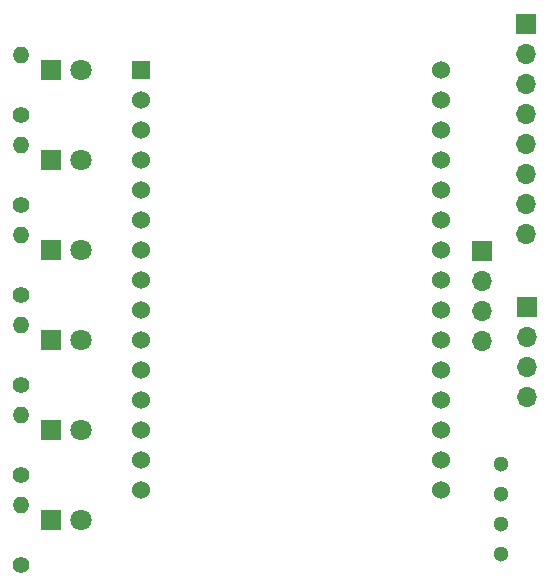
<source format=gbr>
%TF.GenerationSoftware,KiCad,Pcbnew,(5.1.10)-1*%
%TF.CreationDate,2021-11-03T12:27:00+01:00*%
%TF.ProjectId,airQualityV2,61697251-7561-46c6-9974-7956322e6b69,rev?*%
%TF.SameCoordinates,Original*%
%TF.FileFunction,Soldermask,Top*%
%TF.FilePolarity,Negative*%
%FSLAX46Y46*%
G04 Gerber Fmt 4.6, Leading zero omitted, Abs format (unit mm)*
G04 Created by KiCad (PCBNEW (5.1.10)-1) date 2021-11-03 12:27:00*
%MOMM*%
%LPD*%
G01*
G04 APERTURE LIST*
%ADD10O,1.700000X1.700000*%
%ADD11R,1.700000X1.700000*%
%ADD12O,1.400000X1.400000*%
%ADD13C,1.400000*%
%ADD14C,1.800000*%
%ADD15R,1.800000X1.800000*%
%ADD16C,1.524000*%
%ADD17R,1.524000X1.524000*%
%ADD18C,1.300000*%
G04 APERTURE END LIST*
D10*
%TO.C,J3*%
X174880000Y-107710000D03*
X174880000Y-105170000D03*
X174880000Y-102630000D03*
D11*
X174880000Y-100090000D03*
%TD*%
D12*
%TO.C,R6*%
X132080000Y-93980000D03*
D13*
X132080000Y-99060000D03*
%TD*%
D14*
%TO.C,D6*%
X137160000Y-95250000D03*
D15*
X134620000Y-95250000D03*
%TD*%
D12*
%TO.C,R5*%
X132080000Y-109220000D03*
D13*
X132080000Y-114300000D03*
%TD*%
D12*
%TO.C,R4*%
X132080000Y-86360000D03*
D13*
X132080000Y-91440000D03*
%TD*%
D12*
%TO.C,R3*%
X132080000Y-101600000D03*
D13*
X132080000Y-106680000D03*
%TD*%
D12*
%TO.C,R2*%
X132080000Y-78740000D03*
D13*
X132080000Y-83820000D03*
%TD*%
D12*
%TO.C,R1*%
X132080000Y-116840000D03*
D13*
X132080000Y-121920000D03*
%TD*%
D14*
%TO.C,D5*%
X137160000Y-80010000D03*
D15*
X134620000Y-80010000D03*
%TD*%
D14*
%TO.C,D4*%
X137160000Y-102870000D03*
D15*
X134620000Y-102870000D03*
%TD*%
D14*
%TO.C,D3*%
X137160000Y-110490000D03*
D15*
X134620000Y-110490000D03*
%TD*%
D14*
%TO.C,D2*%
X137160000Y-118110000D03*
D15*
X134620000Y-118110000D03*
%TD*%
D14*
%TO.C,D1*%
X137160000Y-87630000D03*
D15*
X134620000Y-87630000D03*
%TD*%
D16*
%TO.C,U1*%
X167640000Y-80010000D03*
X167640000Y-82550000D03*
X167640000Y-85090000D03*
X167640000Y-87630000D03*
X167640000Y-90170000D03*
X167640000Y-92710000D03*
X167640000Y-95250000D03*
X167640000Y-97790000D03*
X167640000Y-100330000D03*
X167640000Y-102870000D03*
X167640000Y-105410000D03*
X167640000Y-107950000D03*
X167640000Y-110490000D03*
X167640000Y-113030000D03*
X167640000Y-115570000D03*
X142240000Y-115570000D03*
X142240000Y-113030000D03*
X142240000Y-110490000D03*
X142240000Y-107950000D03*
X142240000Y-105410000D03*
X142240000Y-102870000D03*
X142240000Y-100330000D03*
X142240000Y-97790000D03*
X142240000Y-95250000D03*
X142240000Y-92710000D03*
X142240000Y-90170000D03*
X142240000Y-87630000D03*
X142240000Y-85090000D03*
X142240000Y-82550000D03*
D17*
X142240000Y-80010000D03*
%TD*%
D18*
%TO.C,RH1*%
X172650000Y-113410000D03*
X172650000Y-115950000D03*
X172650000Y-118490000D03*
X172650000Y-121030000D03*
%TD*%
D10*
%TO.C,J2*%
X174800000Y-93930000D03*
X174800000Y-91390000D03*
X174800000Y-88850000D03*
X174800000Y-86310000D03*
X174800000Y-83770000D03*
X174800000Y-81230000D03*
X174800000Y-78690000D03*
D11*
X174800000Y-76150000D03*
%TD*%
D10*
%TO.C,J1*%
X171040000Y-102950000D03*
X171040000Y-100410000D03*
X171040000Y-97870000D03*
D11*
X171040000Y-95330000D03*
%TD*%
M02*

</source>
